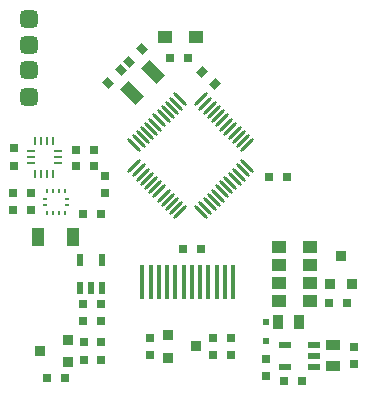
<source format=gbr>
%TF.GenerationSoftware,Altium Limited,Altium Designer,20.0.13 (296)*%
G04 Layer_Color=8421504*
%FSLAX25Y25*%
%MOIN*%
%TF.FileFunction,Paste,Top*%
%TF.Part,Single*%
G01*
G75*
%TA.AperFunction,SMDPad,CuDef*%
%ADD10R,0.03150X0.02756*%
%ADD11R,0.05000X0.04000*%
%ADD12R,0.02756X0.03150*%
G04:AMPARAMS|DCode=13|XSize=9.84mil|YSize=61.02mil|CornerRadius=0mil|HoleSize=0mil|Usage=FLASHONLY|Rotation=45.000|XOffset=0mil|YOffset=0mil|HoleType=Round|Shape=Round|*
%AMOVALD13*
21,1,0.05118,0.00984,0.00000,0.00000,135.0*
1,1,0.00984,0.01810,-0.01810*
1,1,0.00984,-0.01810,0.01810*
%
%ADD13OVALD13*%

G04:AMPARAMS|DCode=14|XSize=9.84mil|YSize=61.02mil|CornerRadius=0mil|HoleSize=0mil|Usage=FLASHONLY|Rotation=315.000|XOffset=0mil|YOffset=0mil|HoleType=Round|Shape=Round|*
%AMOVALD14*
21,1,0.05118,0.00984,0.00000,0.00000,45.0*
1,1,0.00984,-0.01810,-0.01810*
1,1,0.00984,0.01810,0.01810*
%
%ADD14OVALD14*%

G04:AMPARAMS|DCode=15|XSize=59.06mil|YSize=59.06mil|CornerRadius=14.76mil|HoleSize=0mil|Usage=FLASHONLY|Rotation=270.000|XOffset=0mil|YOffset=0mil|HoleType=Round|Shape=RoundedRectangle|*
%AMROUNDEDRECTD15*
21,1,0.05906,0.02953,0,0,270.0*
21,1,0.02953,0.05906,0,0,270.0*
1,1,0.02953,-0.01476,-0.01476*
1,1,0.02953,-0.01476,0.01476*
1,1,0.02953,0.01476,0.01476*
1,1,0.02953,0.01476,-0.01476*
%
%ADD15ROUNDEDRECTD15*%
%ADD16R,0.03091X0.01102*%
%ADD17R,0.01102X0.03091*%
G04:AMPARAMS|DCode=18|XSize=27.56mil|YSize=31.5mil|CornerRadius=0mil|HoleSize=0mil|Usage=FLASHONLY|Rotation=225.000|XOffset=0mil|YOffset=0mil|HoleType=Round|Shape=Rectangle|*
%AMROTATEDRECTD18*
4,1,4,-0.00139,0.02088,0.02088,-0.00139,0.00139,-0.02088,-0.02088,0.00139,-0.00139,0.02088,0.0*
%
%ADD18ROTATEDRECTD18*%

G04:AMPARAMS|DCode=19|XSize=27.56mil|YSize=31.5mil|CornerRadius=0mil|HoleSize=0mil|Usage=FLASHONLY|Rotation=315.000|XOffset=0mil|YOffset=0mil|HoleType=Round|Shape=Rectangle|*
%AMROTATEDRECTD19*
4,1,4,-0.02088,-0.00139,0.00139,0.02088,0.02088,0.00139,-0.00139,-0.02088,-0.02088,-0.00139,0.0*
%
%ADD19ROTATEDRECTD19*%

G04:AMPARAMS|DCode=20|XSize=39.37mil|YSize=70.87mil|CornerRadius=0mil|HoleSize=0mil|Usage=FLASHONLY|Rotation=225.000|XOffset=0mil|YOffset=0mil|HoleType=Round|Shape=Rectangle|*
%AMROTATEDRECTD20*
4,1,4,-0.01114,0.03897,0.03897,-0.01114,0.01114,-0.03897,-0.03897,0.01114,-0.01114,0.03897,0.0*
%
%ADD20ROTATEDRECTD20*%

%ADD21R,0.01102X0.01831*%
%ADD22R,0.01831X0.01102*%
%ADD23R,0.03937X0.06299*%
%ADD24R,0.01968X0.03937*%
%ADD25R,0.03740X0.03543*%
%ADD26R,0.03740X0.03543*%
%ADD28R,0.03543X0.04724*%
%ADD29R,0.03937X0.01968*%
%ADD30R,0.04724X0.03543*%
%ADD31R,0.03543X0.03740*%
%ADD32R,0.03543X0.03740*%
%ADD33R,0.01378X0.11811*%
%ADD111R,0.02362X0.02362*%
D10*
X119000Y16047D02*
D03*
Y21953D02*
D03*
X5671Y82063D02*
D03*
Y87968D02*
D03*
X29000Y23453D02*
D03*
Y17547D02*
D03*
X34500D02*
D03*
Y23453D02*
D03*
X51000Y24953D02*
D03*
Y19047D02*
D03*
X72000D02*
D03*
Y24953D02*
D03*
X78000D02*
D03*
Y19047D02*
D03*
X89500Y17953D02*
D03*
Y12047D02*
D03*
X36000Y78953D02*
D03*
Y73047D02*
D03*
D11*
X93882Y55000D02*
D03*
X104118D02*
D03*
Y49000D02*
D03*
X93882D02*
D03*
Y43000D02*
D03*
X104118D02*
D03*
X93882Y37000D02*
D03*
X104118D02*
D03*
X55882Y125000D02*
D03*
X66118D02*
D03*
D12*
X67953Y54500D02*
D03*
X62047D02*
D03*
X57547Y118000D02*
D03*
X63453D02*
D03*
X11124Y67516D02*
D03*
X5218D02*
D03*
Y73016D02*
D03*
X11124D02*
D03*
X32124Y87516D02*
D03*
X26219D02*
D03*
X32124Y82016D02*
D03*
X26219D02*
D03*
X28547Y66000D02*
D03*
X34453D02*
D03*
Y36000D02*
D03*
X28547D02*
D03*
X34453Y30500D02*
D03*
X28547D02*
D03*
X22453Y11500D02*
D03*
X16547D02*
D03*
X95547Y10500D02*
D03*
X101453D02*
D03*
X116453Y36500D02*
D03*
X110547D02*
D03*
X90722Y78500D02*
D03*
X96628D02*
D03*
D13*
X61021Y104290D02*
D03*
X59629Y102898D02*
D03*
X58237Y101506D02*
D03*
X56845Y100114D02*
D03*
X55453Y98722D02*
D03*
X54062Y97330D02*
D03*
X52670Y95938D02*
D03*
X51278Y94547D02*
D03*
X49886Y93155D02*
D03*
X48494Y91763D02*
D03*
X47102Y90371D02*
D03*
X45710Y88979D02*
D03*
X67979Y66710D02*
D03*
X69371Y68102D02*
D03*
X70763Y69494D02*
D03*
X72155Y70886D02*
D03*
X73546Y72278D02*
D03*
X74938Y73670D02*
D03*
X76330Y75062D02*
D03*
X77722Y76454D02*
D03*
X79114Y77845D02*
D03*
X80506Y79237D02*
D03*
X81898Y80629D02*
D03*
X83290Y82021D02*
D03*
D14*
X45710D02*
D03*
X47102Y80629D02*
D03*
X48494Y79237D02*
D03*
X49886Y77845D02*
D03*
X51278Y76454D02*
D03*
X52670Y75062D02*
D03*
X54062Y73670D02*
D03*
X55453Y72278D02*
D03*
X56845Y70886D02*
D03*
X58237Y69494D02*
D03*
X59629Y68102D02*
D03*
X61021Y66710D02*
D03*
X83290Y88979D02*
D03*
X81898Y90371D02*
D03*
X80506Y91763D02*
D03*
X79114Y93155D02*
D03*
X77722Y94547D02*
D03*
X76330Y95938D02*
D03*
X74938Y97330D02*
D03*
X73546Y98722D02*
D03*
X72155Y100114D02*
D03*
X70763Y101506D02*
D03*
X69371Y102898D02*
D03*
X67979Y104290D02*
D03*
D15*
X10500Y131000D02*
D03*
Y122500D02*
D03*
Y114000D02*
D03*
Y105000D02*
D03*
D16*
X20169Y86984D02*
D03*
Y85016D02*
D03*
Y83047D02*
D03*
X11173D02*
D03*
Y85016D02*
D03*
Y86984D02*
D03*
D17*
X18624Y79533D02*
D03*
X16656D02*
D03*
X14687D02*
D03*
X12719D02*
D03*
Y90498D02*
D03*
X14687D02*
D03*
X16656D02*
D03*
X18624D02*
D03*
D18*
X36912Y109912D02*
D03*
X41088Y114088D02*
D03*
X48088Y121088D02*
D03*
X43912Y116912D02*
D03*
D19*
X72588Y109412D02*
D03*
X68412Y113588D02*
D03*
D20*
X51980Y113480D02*
D03*
X45020Y106520D02*
D03*
D21*
X22624Y73657D02*
D03*
X20656D02*
D03*
X18687D02*
D03*
X16718D02*
D03*
Y66374D02*
D03*
X18687D02*
D03*
X20656D02*
D03*
X22624D02*
D03*
D22*
X16000Y71000D02*
D03*
Y69031D02*
D03*
X23343D02*
D03*
Y71000D02*
D03*
D23*
X25405Y58500D02*
D03*
X13595D02*
D03*
D24*
X34980Y41500D02*
D03*
X27500D02*
D03*
X31240D02*
D03*
X27500Y50949D02*
D03*
X34980D02*
D03*
D25*
X14374Y20500D02*
D03*
X23626Y16760D02*
D03*
X66126Y22000D02*
D03*
X56874Y25740D02*
D03*
D26*
X23626Y24240D02*
D03*
X56874Y18260D02*
D03*
D28*
X100543Y30000D02*
D03*
X93457D02*
D03*
D29*
X105449Y22480D02*
D03*
Y15000D02*
D03*
Y18740D02*
D03*
X96000Y15000D02*
D03*
Y22480D02*
D03*
D30*
X112000Y15457D02*
D03*
Y22543D02*
D03*
D31*
X114500Y52126D02*
D03*
X110760Y42874D02*
D03*
D32*
X118240Y42874D02*
D03*
D33*
X78658Y43500D02*
D03*
X75902D02*
D03*
X73146D02*
D03*
X70390D02*
D03*
X67634D02*
D03*
X64878D02*
D03*
X62122D02*
D03*
X59366D02*
D03*
X56610D02*
D03*
X53854D02*
D03*
X51098D02*
D03*
X48342D02*
D03*
D111*
X89500Y23850D02*
D03*
Y30150D02*
D03*
%TF.MD5,24e7c27d08eea8218e859c0c04fc9374*%
M02*

</source>
